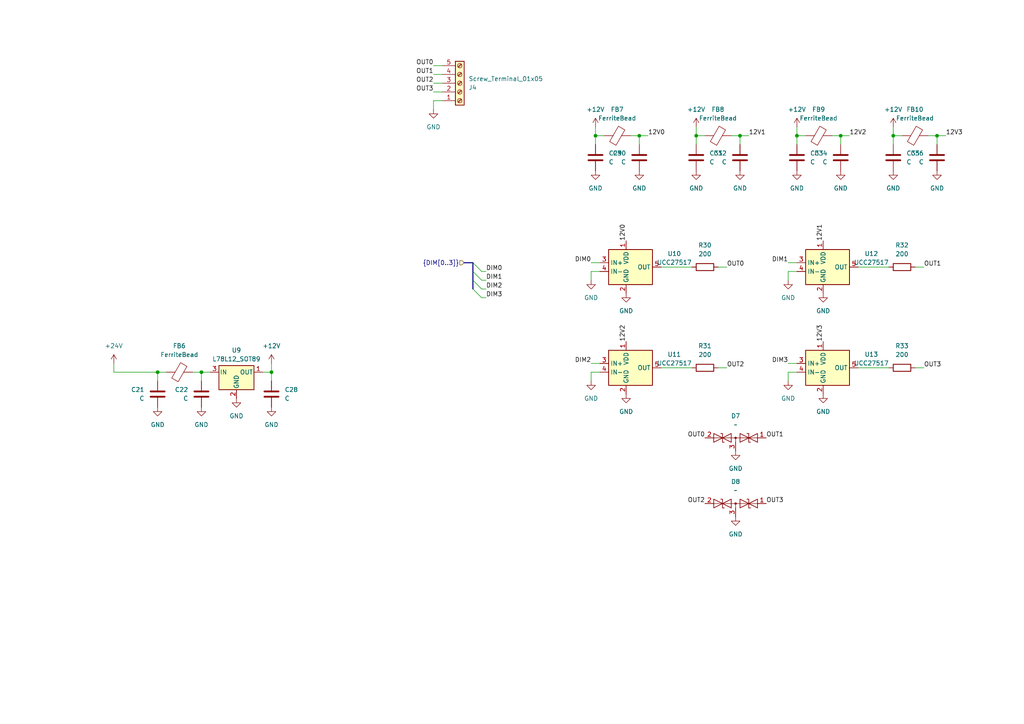
<source format=kicad_sch>
(kicad_sch (version 20231120) (generator "eeschema") (generator_version "8.0")
  (paper "A4")
  (lib_symbols
    (symbol "Connector:Screw_Terminal_01x05" (pin_names (offset 1.016) hide)
      (property "Reference" "J" (at 0 7.62 0))
      (property "Value" "Screw_Terminal_01x05" (at 0 -7.62 0))
      (symbol "Screw_Terminal_01x05_1_1"
        (rectangle (start -1.27 6.35) (end 1.27 -6.35) (stroke (width 0.254)) (fill (type background)))
        (circle (center 0 -5.08) (radius 0.635) (stroke (width 0.1524)))
        (circle (center 0 -2.54) (radius 0.635) (stroke (width 0.1524)))
        (polyline (pts (xy -0.5334 -4.7498) (xy 0.3302 -5.588)) (stroke (width 0.1524)))
        (polyline (pts (xy -0.5334 -2.2098) (xy 0.3302 -3.048)) (stroke (width 0.1524)))
        (polyline (pts (xy -0.5334 0.3302) (xy 0.3302 -0.508)) (stroke (width 0.1524)))
        (polyline (pts (xy -0.5334 2.8702) (xy 0.3302 2.032)) (stroke (width 0.1524)))
        (polyline (pts (xy -0.5334 5.4102) (xy 0.3302 4.572)) (stroke (width 0.1524)))
        (polyline (pts (xy -0.3556 -4.572) (xy 0.508 -5.4102)) (stroke (width 0.1524)))
        (polyline (pts (xy -0.3556 -2.032) (xy 0.508 -2.8702)) (stroke (width 0.1524)))
        (polyline (pts (xy -0.3556 0.508) (xy 0.508 -0.3302)) (stroke (width 0.1524)))
        (polyline (pts (xy -0.3556 3.048) (xy 0.508 2.2098)) (stroke (width 0.1524)))
        (polyline (pts (xy -0.3556 5.588) (xy 0.508 4.7498)) (stroke (width 0.1524)))
        (circle (center 0 0) (radius 0.635) (stroke (width 0.1524)))
        (circle (center 0 2.54) (radius 0.635) (stroke (width 0.1524)))
        (circle (center 0 5.08) (radius 0.635) (stroke (width 0.1524)))
        (pin passive line (at -5.08 5.08 0) (length 3.81) (name "Pin_1") (number "1"))
        (pin passive line (at -5.08 2.54 0) (length 3.81) (name "Pin_2") (number "2"))
        (pin passive line (at -5.08 0 0) (length 3.81) (name "Pin_3") (number "3"))
        (pin passive line (at -5.08 -2.54 0) (length 3.81) (name "Pin_4") (number "4"))
        (pin passive line (at -5.08 -5.08 0) (length 3.81) (name "Pin_5") (number "5"))
      )
    )
    (symbol "Device:C" (pin_numbers hide) (pin_names (offset 0.254))
      (property "Reference" "C" (at 0.635 2.54 0))
      (property "Value" "C" (at 0.635 -2.54 0))
      (symbol "C_0_1"
        (polyline (pts (xy -2.032 -0.762) (xy 2.032 -0.762)) (stroke (width 0.508)))
        (polyline (pts (xy -2.032 0.762) (xy 2.032 0.762)) (stroke (width 0.508)))
      )
      (symbol "C_1_1"
        (pin passive line (at 0 3.81 270) (length 2.794) (name "~") (number "1"))
        (pin passive line (at 0 -3.81 90) (length 2.794) (name "~") (number "2"))
      )
    )
    (symbol "Device:FerriteBead" (pin_numbers hide) (pin_names (offset 0))
      (property "Reference" "FB" (at -3.81 0.635 90))
      (property "Value" "FerriteBead" (at 3.81 0 90))
      (symbol "FerriteBead_0_1"
        (polyline (pts (xy 0 -1.27) (xy 0 -1.2192)))
        (polyline (pts (xy 0 1.27) (xy 0 1.2954)))
        (polyline (pts (xy -2.7686 0.4064) (xy -1.7018 2.2606) (xy 2.7686 -0.3048) (xy 1.6764 -2.159) (xy -2.7686 0.4064)))
      )
      (symbol "FerriteBead_1_1"
        (pin passive line (at 0 3.81 270) (length 2.54) (name "~") (number "1"))
        (pin passive line (at 0 -3.81 90) (length 2.54) (name "~") (number "2"))
      )
    )
    (symbol "Device:R" (pin_numbers hide) (pin_names (offset 0))
      (property "Reference" "R" (at 2.032 0 90))
      (property "Value" "R" (at 0 0 90))
      (symbol "R_0_1"
        (rectangle (start -1.016 -2.54) (end 1.016 2.54) (stroke (width 0.254)))
      )
      (symbol "R_1_1"
        (pin passive line (at 0 3.81 270) (length 1.27) (name "~") (number "1"))
        (pin passive line (at 0 -3.81 90) (length 1.27) (name "~") (number "2"))
      )
    )
    (symbol "Diode:SM712_SOT23" (pin_names (offset 1.016) hide)
      (property "Reference" "D" (at 0 4.445 0))
      (property "Value" "SM712_SOT23" (at 0 2.54 0))
      (symbol "SM712_SOT23_0_0"
        (polyline (pts (xy 0 -1.27) (xy 0 0)))
      )
      (symbol "SM712_SOT23_0_1"
        (polyline (pts (xy -6.35 0) (xy 6.35 0)))
        (polyline (pts (xy -3.302 1.27) (xy -3.81 1.27) (xy -3.81 -1.27) (xy -4.318 -1.27)) (stroke (width 0.2032)))
        (polyline (pts (xy 4.318 1.27) (xy 3.81 1.27) (xy 3.81 -1.27) (xy 3.302 -1.27)) (stroke (width 0.2032)))
        (polyline (pts (xy -6.35 -1.27) (xy -1.27 1.27) (xy -1.27 -1.27) (xy -6.35 1.27) (xy -6.35 -1.27)) (stroke (width 0.2032)))
        (polyline (pts (xy 1.27 -1.27) (xy 1.27 1.27) (xy 6.35 -1.27) (xy 6.35 1.27) (xy 1.27 -1.27)) (stroke (width 0.2032)))
        (circle (center 0 0) (radius 0.254) (fill (type outline)))
      )
      (symbol "SM712_SOT23_1_1"
        (pin passive line (at -8.89 0 0) (length 2.54) (name "A1") (number "1"))
        (pin passive line (at 8.89 0 180) (length 2.54) (name "A2") (number "2"))
        (pin input line (at 0 -3.81 90) (length 2.54) (name "common") (number "3"))
      )
    )
    (symbol "Regulator_Linear:L78L12_SOT89" (pin_names (offset 0.254))
      (property "Reference" "U" (at -3.81 3.175 0))
      (property "Value" "L78L12_SOT89" (at -0.635 3.175 0))
      (symbol "L78L12_SOT89_0_1"
        (rectangle (start -5.08 1.905) (end 5.08 -5.08) (stroke (width 0.254)) (fill (type background)))
      )
      (symbol "L78L12_SOT89_1_1"
        (pin power_out line (at 7.62 0 180) (length 2.54) (name "OUT") (number "1"))
        (pin power_in line (at 0 -7.62 90) (length 2.54) (name "GND") (number "2"))
        (pin power_in line (at -7.62 0 0) (length 2.54) (name "IN") (number "3"))
      )
    )
    (symbol "power:+12V" (power) (pin_names (offset 0))
      (property "Value" "+12V" (at 0 3.556 0))
      (symbol "+12V_0_1"
        (polyline (pts (xy -0.762 1.27) (xy 0 2.54)))
        (polyline (pts (xy 0 0) (xy 0 2.54)))
        (polyline (pts (xy 0 2.54) (xy 0.762 1.27)))
      )
      (symbol "+12V_1_1"
        (pin power_in line (at 0 0 90) (length 0) hide (name "+12V") (number "1"))
      )
    )
    (symbol "power:+24V" (power) (pin_names (offset 0))
      (property "Value" "+24V" (at 0 3.556 0))
      (symbol "+24V_0_1"
        (polyline (pts (xy -0.762 1.27) (xy 0 2.54)))
        (polyline (pts (xy 0 0) (xy 0 2.54)))
        (polyline (pts (xy 0 2.54) (xy 0.762 1.27)))
      )
      (symbol "+24V_1_1"
        (pin power_in line (at 0 0 90) (length 0) hide (name "+24V") (number "1"))
      )
    )
    (symbol "power:GND" (power) (pin_names (offset 0))
      (property "Value" "GND" (at 0 -3.81 0))
      (symbol "GND_0_1"
        (polyline (pts (xy 0 0) (xy 0 -1.27) (xy 1.27 -1.27) (xy 0 -2.54) (xy -1.27 -1.27) (xy 0 -1.27)))
      )
      (symbol "GND_1_1"
        (pin power_in line (at 0 0 270) (length 0) hide (name "GND") (number "1"))
      )
    )
    (symbol "project_lib:UCC27517"
      (property "Reference" "U" (at -5.08 6.35 0))
      (property "Value" "UCC27517" (at 1.27 6.35 0))
      (symbol "UCC27517_0_1"
        (rectangle (start -5.08 5.08) (end 7.62 -5.08) (stroke (width 0.254)) (fill (type background)))
      )
      (symbol "UCC27517_1_1"
        (pin power_in line (at 0 7.62 270) (length 2.54) (name "VDD") (number "1"))
        (pin power_in line (at 0 -7.62 90) (length 2.54) (name "GND") (number "2"))
        (pin input line (at -7.62 1.27 0) (length 2.54) (name "IN+") (number "3"))
        (pin input line (at -7.62 -1.27 0) (length 2.54) (name "IN-") (number "4"))
        (pin output line (at 10.16 0 180) (length 2.54) (name "OUT") (number "5"))
      )
    )
  )
  (junction (at 259.08 39.37))
  (junction (at 78.74 107.95))
  (junction (at 243.84 39.37))
  (junction (at 201.93 39.37))
  (junction (at 214.63 39.37))
  (junction (at 231.14 39.37))
  (junction (at 185.42 39.37))
  (junction (at 271.78 39.37))
  (junction (at 58.42 107.95))
  (junction (at 45.72 107.95))
  (junction (at 172.72 39.37))
  (bus_entry (at 137.16 76.2) (size 2.54 2.54))
  (bus_entry (at 137.16 83.82) (size 2.54 2.54))
  (bus_entry (at 137.16 81.28) (size 2.54 2.54))
  (bus_entry (at 137.16 78.74) (size 2.54 2.54))
  (wire (pts (xy 248.92 77.47) (xy 257.81 77.47)))
  (wire (pts (xy 55.88 107.95) (xy 58.42 107.95)))
  (bus (pts (xy 137.16 76.2) (xy 137.16 78.74)))
  (wire (pts (xy 228.6 76.2) (xy 231.14 76.2)))
  (wire (pts (xy 60.96 107.95) (xy 58.42 107.95)))
  (wire (pts (xy 76.2 107.95) (xy 78.74 107.95)))
  (wire (pts (xy 228.6 78.74) (xy 228.6 81.28)))
  (wire (pts (xy 191.77 77.47) (xy 200.66 77.47)))
  (wire (pts (xy 271.78 39.37) (xy 271.78 41.91)))
  (bus (pts (xy 137.16 81.28) (xy 137.16 83.82)))
  (wire (pts (xy 212.09 39.37) (xy 214.63 39.37)))
  (bus (pts (xy 137.16 78.74) (xy 137.16 81.28)))
  (bus (pts (xy 134.62 76.2) (xy 137.16 76.2)))
  (wire (pts (xy 210.82 106.68) (xy 208.28 106.68)))
  (wire (pts (xy 187.96 39.37) (xy 185.42 39.37)))
  (wire (pts (xy 231.14 36.83) (xy 231.14 39.37)))
  (wire (pts (xy 45.72 107.95) (xy 48.26 107.95)))
  (wire (pts (xy 33.02 107.95) (xy 45.72 107.95)))
  (wire (pts (xy 125.73 19.05) (xy 128.27 19.05)))
  (wire (pts (xy 246.38 39.37) (xy 243.84 39.37)))
  (wire (pts (xy 139.7 86.36) (xy 140.97 86.36)))
  (wire (pts (xy 201.93 39.37) (xy 204.47 39.37)))
  (wire (pts (xy 217.17 39.37) (xy 214.63 39.37)))
  (wire (pts (xy 78.74 107.95) (xy 78.74 110.49)))
  (wire (pts (xy 269.24 39.37) (xy 271.78 39.37)))
  (wire (pts (xy 139.7 78.74) (xy 140.97 78.74)))
  (wire (pts (xy 214.63 39.37) (xy 214.63 41.91)))
  (wire (pts (xy 201.93 39.37) (xy 201.93 41.91)))
  (wire (pts (xy 248.92 106.68) (xy 257.81 106.68)))
  (wire (pts (xy 173.99 78.74) (xy 171.45 78.74)))
  (wire (pts (xy 185.42 39.37) (xy 185.42 41.91)))
  (wire (pts (xy 139.7 81.28) (xy 140.97 81.28)))
  (wire (pts (xy 231.14 107.95) (xy 228.6 107.95)))
  (wire (pts (xy 243.84 39.37) (xy 243.84 41.91)))
  (wire (pts (xy 267.97 106.68) (xy 265.43 106.68)))
  (wire (pts (xy 139.7 83.82) (xy 140.97 83.82)))
  (wire (pts (xy 172.72 39.37) (xy 175.26 39.37)))
  (wire (pts (xy 274.32 39.37) (xy 271.78 39.37)))
  (wire (pts (xy 45.72 107.95) (xy 45.72 110.49)))
  (wire (pts (xy 259.08 39.37) (xy 261.62 39.37)))
  (wire (pts (xy 171.45 107.95) (xy 171.45 110.49)))
  (wire (pts (xy 259.08 39.37) (xy 259.08 41.91)))
  (wire (pts (xy 259.08 36.83) (xy 259.08 39.37)))
  (wire (pts (xy 171.45 76.2) (xy 173.99 76.2)))
  (wire (pts (xy 267.97 77.47) (xy 265.43 77.47)))
  (wire (pts (xy 241.3 39.37) (xy 243.84 39.37)))
  (wire (pts (xy 228.6 105.41) (xy 231.14 105.41)))
  (wire (pts (xy 33.02 105.41) (xy 33.02 107.95)))
  (wire (pts (xy 171.45 78.74) (xy 171.45 81.28)))
  (wire (pts (xy 182.88 39.37) (xy 185.42 39.37)))
  (wire (pts (xy 125.73 24.13) (xy 128.27 24.13)))
  (wire (pts (xy 58.42 107.95) (xy 58.42 110.49)))
  (wire (pts (xy 172.72 36.83) (xy 172.72 39.37)))
  (wire (pts (xy 191.77 106.68) (xy 200.66 106.68)))
  (wire (pts (xy 125.73 21.59) (xy 128.27 21.59)))
  (wire (pts (xy 125.73 31.75) (xy 125.73 29.21)))
  (wire (pts (xy 201.93 36.83) (xy 201.93 39.37)))
  (wire (pts (xy 231.14 78.74) (xy 228.6 78.74)))
  (wire (pts (xy 231.14 39.37) (xy 231.14 41.91)))
  (wire (pts (xy 78.74 105.41) (xy 78.74 107.95)))
  (wire (pts (xy 210.82 77.47) (xy 208.28 77.47)))
  (wire (pts (xy 125.73 26.67) (xy 128.27 26.67)))
  (wire (pts (xy 172.72 39.37) (xy 172.72 41.91)))
  (wire (pts (xy 228.6 107.95) (xy 228.6 110.49)))
  (wire (pts (xy 125.73 29.21) (xy 128.27 29.21)))
  (wire (pts (xy 171.45 105.41) (xy 173.99 105.41)))
  (wire (pts (xy 231.14 39.37) (xy 233.68 39.37)))
  (wire (pts (xy 173.99 107.95) (xy 171.45 107.95)))
  (label "OUT1" (at 125.73 21.59 180))
  (label "OUT2" (at 125.73 24.13 180))
  (label "DIM0" (at 171.45 76.2 180))
  (label "DIM2" (at 171.45 105.41 180))
  (label "OUT3" (at 222.25 146.05 0))
  (label "12V3" (at 274.32 39.37 0))
  (label "12V2" (at 246.38 39.37 0))
  (label "OUT3" (at 267.97 106.68 0))
  (label "OUT3" (at 125.73 26.67 180))
  (label "12V2" (at 181.61 99.06 90))
  (label "DIM0" (at 140.97 78.74 0))
  (label "OUT0" (at 210.82 77.47 0))
  (label "12V0" (at 181.61 69.85 90))
  (label "DIM2" (at 140.97 83.82 0))
  (label "DIM3" (at 228.6 105.41 180))
  (label "12V3" (at 238.76 99.06 90))
  (label "12V0" (at 187.96 39.37 0))
  (label "DIM1" (at 140.97 81.28 0))
  (label "OUT0" (at 204.47 127 180))
  (label "OUT1" (at 267.97 77.47 0))
  (label "12V1" (at 238.76 69.85 90))
  (label "OUT1" (at 222.25 127 0))
  (label "12V1" (at 217.17 39.37 0))
  (label "DIM1" (at 228.6 76.2 180))
  (label "OUT2" (at 210.82 106.68 0))
  (label "DIM3" (at 140.97 86.36 0))
  (label "OUT0" (at 125.73 19.05 180))
  (label "OUT2" (at 204.47 146.05 180))
  (hierarchical_label "{DIM[0..3]}" (shape input) (at 134.62 76.2 180))
  (symbol (lib_id "power:GND") (at 214.63 49.53 0) (unit 1)
    (property "Reference" "#PWR0118" (effects (hide yes)))
    (property "Value" "GND" (at 214.63 54.61 0))
    (instances (project "room_hub" (path "" (reference "#PWR0118") (unit 1))) (project "knob_top" (path "" (reference "#PWR073") (unit 1))))
  )
  (symbol (lib_id "Device:C") (at 45.72 114.3 0) (mirror x) (unit 1)
    (property "Reference" "C21" (at 41.91 113.03 0) (effects (justify right)))
    (property "Value" "C" (at 41.91 115.57 0) (effects (justify right)))
    (property "Footprint" "Capacitor_SMD:C_1206_3216Metric" (effects (hide yes)))
  )
  (symbol (lib_id "Device:C") (at 214.63 45.72 0) (mirror x) (unit 1)
    (property "Reference" "C32" (at 210.82 44.45 0) (effects (justify right)))
    (property "Value" "C" (at 210.82 46.99 0) (effects (justify right)))
    (property "Footprint" "Capacitor_SMD:C_0603_1608Metric" (effects (hide yes)))
  )
  (symbol (lib_id "Device:FerriteBead") (at 208.28 39.37 90) (unit 1)
    (property "Reference" "FB8" (at 208.2292 31.75 90))
    (property "Value" "FerriteBead" (at 208.2292 34.29 90))
    (property "Footprint" "Inductor_SMD:L_0603_1608Metric" (effects (hide yes)))
  )
  (symbol (lib_id "power:GND") (at 45.72 118.11 0) (unit 1)
    (property "Reference" "#PWR0101" (effects (hide yes)))
    (property "Value" "GND" (at 45.72 123.19 0))
    (instances (project "room_hub" (path "" (reference "#PWR0101") (unit 1))) (project "knob_top" (path "" (reference "#PWR073") (unit 1))))
  )
  (symbol (lib_id "Device:FerriteBead") (at 179.07 39.37 90) (unit 1)
    (property "Reference" "FB7" (at 179.0192 31.75 90))
    (property "Value" "FerriteBead" (at 179.0192 34.29 90))
    (property "Footprint" "Inductor_SMD:L_0603_1608Metric" (effects (hide yes)))
  )
  (symbol (lib_id "power:+12V") (at 259.08 36.83 0) (unit 1)
    (property "Reference" "#PWR0126" (effects (hide yes)))
    (property "Value" "+12V" (at 259.08 31.75 0))
  )
  (symbol (lib_id "Device:C") (at 259.08 45.72 0) (unit 1)
    (property "Reference" "C35" (at 262.89 44.45 0) (effects (justify left)))
    (property "Value" "C" (at 262.89 46.99 0) (effects (justify left)))
    (property "Footprint" "Capacitor_SMD:C_0603_1608Metric" (effects (hide yes)))
  )
  (symbol (lib_id "Device:R") (at 261.62 106.68 270) (unit 1)
    (property "Reference" "R33" (at 261.62 100.33 90))
    (property "Value" "200" (at 261.62 102.87 90))
    (property "Footprint" "Resistor_SMD:R_0603_1608Metric" (effects (hide yes)))
  )
  (symbol (lib_id "power:GND") (at 78.74 118.11 0) (unit 1)
    (property "Reference" "#PWR0105" (effects (hide yes)))
    (property "Value" "GND" (at 78.74 123.19 0))
    (instances (project "room_hub" (path "" (reference "#PWR0105") (unit 1))) (project "knob_top" (path "" (reference "#PWR073") (unit 1))))
  )
  (symbol (lib_id "Diode:SM712_SOT23") (at 213.36 146.05 0) (mirror y) (unit 1)
    (property "Reference" "D8" (at 213.36 139.7 0))
    (property "Value" "~" (at 213.36 142.24 0))
    (property "Footprint" "Package_TO_SOT_SMD:SOT-23_Handsoldering" (effects (hide yes)))
    (property "Datasheet" "https://www.littelfuse.com/~/media/electronics/datasheets/tvs_diode_arrays/littelfuse_tvs_diode_array_sm712_datasheet.pdf.pdf" (effects (hide yes)))
  )
  (symbol (lib_id "project_lib:UCC27517") (at 238.76 77.47 0) (unit 1)
    (property "Reference" "U12" (at 252.73 73.5839 0))
    (property "Value" "UCC27517" (at 252.73 76.1239 0))
    (property "Footprint" "Package_TO_SOT_SMD:SOT-23-5" (effects (hide yes)))
    (property "Datasheet" "https://www.ti.com/lit/gpn/ucc27517" (effects (hide yes)))
  )
  (symbol (lib_id "Device:C") (at 185.42 45.72 0) (mirror x) (unit 1)
    (property "Reference" "C30" (at 181.61 44.45 0) (effects (justify right)))
    (property "Value" "C" (at 181.61 46.99 0) (effects (justify right)))
    (property "Footprint" "Capacitor_SMD:C_0603_1608Metric" (effects (hide yes)))
  )
  (symbol (lib_id "power:GND") (at 125.73 31.75 0) (unit 1)
    (property "Reference" "#PWR0106" (effects (hide yes)))
    (property "Value" "GND" (at 125.73 36.83 0))
    (instances (project "room_hub" (path "" (reference "#PWR0106") (unit 1))) (project "knob_top" (path "" (reference "#PWR073") (unit 1))))
  )
  (symbol (lib_id "power:GND") (at 243.84 49.53 0) (unit 1)
    (property "Reference" "#PWR0125" (effects (hide yes)))
    (property "Value" "GND" (at 243.84 54.61 0))
    (instances (project "room_hub" (path "" (reference "#PWR0125") (unit 1))) (project "knob_top" (path "" (reference "#PWR073") (unit 1))))
  )
  (symbol (lib_id "Device:C") (at 201.93 45.72 0) (unit 1)
    (property "Reference" "C31" (at 205.74 44.45 0) (effects (justify left)))
    (property "Value" "C" (at 205.74 46.99 0) (effects (justify left)))
    (property "Footprint" "Capacitor_SMD:C_0603_1608Metric" (effects (hide yes)))
  )
  (symbol (lib_id "Device:C") (at 243.84 45.72 0) (mirror x) (unit 1)
    (property "Reference" "C34" (at 240.03 44.45 0) (effects (justify right)))
    (property "Value" "C" (at 240.03 46.99 0) (effects (justify right)))
    (property "Footprint" "Capacitor_SMD:C_0603_1608Metric" (effects (hide yes)))
  )
  (symbol (lib_id "power:GND") (at 171.45 81.28 0) (unit 1)
    (property "Reference" "#PWR0107" (effects (hide yes)))
    (property "Value" "GND" (at 171.45 86.36 0))
    (instances (project "room_hub" (path "" (reference "#PWR0107") (unit 1))) (project "knob_top" (path "" (reference "#PWR073") (unit 1))))
  )
  (symbol (lib_id "power:GND") (at 238.76 114.3 0) (unit 1)
    (property "Reference" "#PWR0124" (effects (hide yes)))
    (property "Value" "GND" (at 238.76 119.38 0))
    (instances (project "room_hub" (path "" (reference "#PWR0124") (unit 1))) (project "knob_top" (path "" (reference "#PWR073") (unit 1))))
  )
  (symbol (lib_id "project_lib:UCC27517") (at 238.76 106.68 0) (unit 1)
    (property "Reference" "U13" (at 252.73 102.7939 0))
    (property "Value" "UCC27517" (at 252.73 105.3339 0))
    (property "Footprint" "Package_TO_SOT_SMD:SOT-23-5" (effects (hide yes)))
    (property "Datasheet" "https://www.ti.com/lit/gpn/ucc27517" (effects (hide yes)))
  )
  (symbol (lib_id "power:GND") (at 171.45 110.49 0) (unit 1)
    (property "Reference" "#PWR0108" (effects (hide yes)))
    (property "Value" "GND" (at 171.45 115.57 0))
    (instances (project "room_hub" (path "" (reference "#PWR0108") (unit 1))) (project "knob_top" (path "" (reference "#PWR073") (unit 1))))
  )
  (symbol (lib_id "Device:R") (at 204.47 106.68 270) (unit 1)
    (property "Reference" "R31" (at 204.47 100.33 90))
    (property "Value" "200" (at 204.47 102.87 90))
    (property "Footprint" "Resistor_SMD:R_0603_1608Metric" (effects (hide yes)))
  )
  (symbol (lib_id "power:+12V") (at 201.93 36.83 0) (unit 1)
    (property "Reference" "#PWR0114" (effects (hide yes)))
    (property "Value" "+12V" (at 201.93 31.75 0))
  )
  (symbol (lib_id "project_lib:UCC27517") (at 181.61 106.68 0) (unit 1)
    (property "Reference" "U11" (at 195.58 102.7939 0))
    (property "Value" "UCC27517" (at 195.58 105.3339 0))
    (property "Footprint" "Package_TO_SOT_SMD:SOT-23-5" (effects (hide yes)))
    (property "Datasheet" "https://www.ti.com/lit/gpn/ucc27517" (effects (hide yes)))
  )
  (symbol (lib_id "power:+12V") (at 172.72 36.83 0) (unit 1)
    (property "Reference" "#PWR0109" (effects (hide yes)))
    (property "Value" "+12V" (at 172.72 31.75 0))
  )
  (symbol (lib_id "power:GND") (at 228.6 110.49 0) (unit 1)
    (property "Reference" "#PWR0120" (effects (hide yes)))
    (property "Value" "GND" (at 228.6 115.57 0))
    (instances (project "room_hub" (path "" (reference "#PWR0120") (unit 1))) (project "knob_top" (path "" (reference "#PWR073") (unit 1))))
  )
  (symbol (lib_id "power:GND") (at 68.58 115.57 0) (unit 1)
    (property "Reference" "#PWR0103" (effects (hide yes)))
    (property "Value" "GND" (at 68.58 120.65 0))
    (instances (project "room_hub" (path "" (reference "#PWR0103") (unit 1))) (project "knob_top" (path "" (reference "#PWR073") (unit 1))))
  )
  (symbol (lib_id "Device:C") (at 231.14 45.72 0) (unit 1)
    (property "Reference" "C33" (at 234.95 44.45 0) (effects (justify left)))
    (property "Value" "C" (at 234.95 46.99 0) (effects (justify left)))
    (property "Footprint" "Capacitor_SMD:C_0603_1608Metric" (effects (hide yes)))
  )
  (symbol (lib_id "power:GND") (at 172.72 49.53 0) (unit 1)
    (property "Reference" "#PWR0110" (effects (hide yes)))
    (property "Value" "GND" (at 172.72 54.61 0))
    (instances (project "room_hub" (path "" (reference "#PWR0110") (unit 1))) (project "knob_top" (path "" (reference "#PWR073") (unit 1))))
  )
  (symbol (lib_id "Device:C") (at 271.78 45.72 0) (mirror x) (unit 1)
    (property "Reference" "C36" (at 267.97 44.45 0) (effects (justify right)))
    (property "Value" "C" (at 267.97 46.99 0) (effects (justify right)))
    (property "Footprint" "Capacitor_SMD:C_0603_1608Metric" (effects (hide yes)))
  )
  (symbol (lib_id "power:GND") (at 271.78 49.53 0) (unit 1)
    (property "Reference" "#PWR0128" (effects (hide yes)))
    (property "Value" "GND" (at 271.78 54.61 0))
    (instances (project "room_hub" (path "" (reference "#PWR0128") (unit 1))) (project "knob_top" (path "" (reference "#PWR073") (unit 1))))
  )
  (symbol (lib_id "power:GND") (at 181.61 85.09 0) (unit 1)
    (property "Reference" "#PWR0111" (effects (hide yes)))
    (property "Value" "GND" (at 181.61 90.17 0))
    (instances (project "room_hub" (path "" (reference "#PWR0111") (unit 1))) (project "knob_top" (path "" (reference "#PWR073") (unit 1))))
  )
  (symbol (lib_id "Device:C") (at 78.74 114.3 0) (unit 1)
    (property "Reference" "C28" (at 82.55 113.03 0) (effects (justify left)))
    (property "Value" "C" (at 82.55 115.57 0) (effects (justify left)))
    (property "Footprint" "Capacitor_SMD:C_0805_2012Metric" (effects (hide yes)))
  )
  (symbol (lib_id "Regulator_Linear:L78L12_SOT89") (at 68.58 107.95 0) (unit 1)
    (property "Reference" "U9" (at 68.58 101.6 0))
    (property "Value" "L78L12_SOT89" (at 68.58 104.14 0))
    (property "Footprint" "Package_TO_SOT_SMD:SOT-89-3" (effects (hide yes)))
    (property "Datasheet" "http://www.st.com/content/ccc/resource/technical/document/datasheet/15/55/e5/aa/23/5b/43/fd/CD00000446.pdf/files/CD00000446.pdf/jcr:content/translations/en.CD00000446.pdf" (effects (hide yes)))
  )
  (symbol (lib_id "power:GND") (at 213.36 149.86 0) (unit 1)
    (property "Reference" "#PWR0117" (effects (hide yes)))
    (property "Value" "GND" (at 213.36 154.94 0))
    (instances (project "room_hub" (path "" (reference "#PWR0117") (unit 1))) (project "knob_top" (path "" (reference "#PWR073") (unit 1))))
  )
  (symbol (lib_id "power:GND") (at 181.61 114.3 0) (unit 1)
    (property "Reference" "#PWR0112" (effects (hide yes)))
    (property "Value" "GND" (at 181.61 119.38 0))
    (instances (project "room_hub" (path "" (reference "#PWR0112") (unit 1))) (project "knob_top" (path "" (reference "#PWR073") (unit 1))))
  )
  (symbol (lib_id "power:+12V") (at 231.14 36.83 0) (unit 1)
    (property "Reference" "#PWR0121" (effects (hide yes)))
    (property "Value" "+12V" (at 231.14 31.75 0))
  )
  (symbol (lib_id "Device:C") (at 172.72 45.72 0) (unit 1)
    (property "Reference" "C29" (at 176.53 44.45 0) (effects (justify left)))
    (property "Value" "C" (at 176.53 46.99 0) (effects (justify left)))
    (property "Footprint" "Capacitor_SMD:C_0603_1608Metric" (effects (hide yes)))
  )
  (symbol (lib_id "power:+24V") (at 33.02 105.41 0) (unit 1)
    (property "Reference" "#PWR0100" (effects (hide yes)))
    (property "Value" "+24V" (at 33.02 100.33 0))
  )
  (symbol (lib_id "Device:R") (at 261.62 77.47 270) (unit 1)
    (property "Reference" "R32" (at 261.62 71.12 90))
    (property "Value" "200" (at 261.62 73.66 90))
    (property "Footprint" "Resistor_SMD:R_0603_1608Metric" (effects (hide yes)))
  )
  (symbol (lib_id "Device:C") (at 58.42 114.3 0) (mirror x) (unit 1)
    (property "Reference" "C22" (at 54.61 113.03 0) (effects (justify right)))
    (property "Value" "C" (at 54.61 115.57 0) (effects (justify right)))
    (property "Footprint" "Capacitor_SMD:C_1206_3216Metric" (effects (hide yes)))
  )
  (symbol (lib_id "Device:FerriteBead") (at 265.43 39.37 90) (unit 1)
    (property "Reference" "FB10" (at 265.3792 31.75 90))
    (property "Value" "FerriteBead" (at 265.3792 34.29 90))
    (property "Footprint" "Inductor_SMD:L_0603_1608Metric" (effects (hide yes)))
  )
  (symbol (lib_id "Diode:SM712_SOT23") (at 213.36 127 0) (mirror y) (unit 1)
    (property "Reference" "D7" (at 213.36 120.65 0))
    (property "Value" "~" (at 213.36 123.19 0))
    (property "Footprint" "Package_TO_SOT_SMD:SOT-23_Handsoldering" (effects (hide yes)))
    (property "Datasheet" "https://www.littelfuse.com/~/media/electronics/datasheets/tvs_diode_arrays/littelfuse_tvs_diode_array_sm712_datasheet.pdf.pdf" (effects (hide yes)))
  )
  (symbol (lib_id "Device:R") (at 204.47 77.47 270) (unit 1)
    (property "Reference" "R30" (at 204.47 71.12 90))
    (property "Value" "200" (at 204.47 73.66 90))
    (property "Footprint" "Resistor_SMD:R_0603_1608Metric" (effects (hide yes)))
  )
  (symbol (lib_id "power:GND") (at 231.14 49.53 0) (unit 1)
    (property "Reference" "#PWR0122" (effects (hide yes)))
    (property "Value" "GND" (at 231.14 54.61 0))
    (instances (project "room_hub" (path "" (reference "#PWR0122") (unit 1))) (project "knob_top" (path "" (reference "#PWR073") (unit 1))))
  )
  (symbol (lib_id "Connector:Screw_Terminal_01x05") (at 133.35 24.13 0) (mirror x) (unit 1)
    (property "Reference" "J4" (at 135.89 25.4 0) (effects (justify left)))
    (property "Value" "Screw_Terminal_01x05" (at 135.89 22.86 0) (effects (justify left)))
    (property "Footprint" "Connector_Phoenix_MC:PhoenixContact_MC_1,5_5-G-3.81_1x05_P3.81mm_Horizontal" (effects (hide yes)))
  )
  (symbol (lib_id "Device:FerriteBead") (at 237.49 39.37 90) (unit 1)
    (property "Reference" "FB9" (at 237.4392 31.75 90))
    (property "Value" "FerriteBead" (at 237.4392 34.29 90))
    (property "Footprint" "Inductor_SMD:L_0603_1608Metric" (effects (hide yes)))
  )
  (symbol (lib_id "power:GND") (at 238.76 85.09 0) (unit 1)
    (property "Reference" "#PWR0123" (effects (hide yes)))
    (property "Value" "GND" (at 238.76 90.17 0))
    (instances (project "room_hub" (path "" (reference "#PWR0123") (unit 1))) (project "knob_top" (path "" (reference "#PWR073") (unit 1))))
  )
  (symbol (lib_id "project_lib:UCC27517") (at 181.61 77.47 0) (unit 1)
    (property "Reference" "U10" (at 195.58 73.5839 0))
    (property "Value" "UCC27517" (at 195.58 76.1239 0))
    (property "Footprint" "Package_TO_SOT_SMD:SOT-23-5" (effects (hide yes)))
    (property "Datasheet" "https://www.ti.com/lit/gpn/ucc27517" (effects (hide yes)))
  )
  (symbol (lib_id "power:GND") (at 185.42 49.53 0) (unit 1)
    (property "Reference" "#PWR0113" (effects (hide yes)))
    (property "Value" "GND" (at 185.42 54.61 0))
    (instances (project "room_hub" (path "" (reference "#PWR0113") (unit 1))) (project "knob_top" (path "" (reference "#PWR073") (unit 1))))
  )
  (symbol (lib_id "power:GND") (at 58.42 118.11 0) (unit 1)
    (property "Reference" "#PWR0102" (effects (hide yes)))
    (property "Value" "GND" (at 58.42 123.19 0))
    (instances (project "room_hub" (path "" (reference "#PWR0102") (unit 1))) (project "knob_top" (path "" (reference "#PWR073") (unit 1))))
  )
  (symbol (lib_id "power:GND") (at 201.93 49.53 0) (unit 1)
    (property "Reference" "#PWR0115" (effects (hide yes)))
    (property "Value" "GND" (at 201.93 54.61 0))
    (instances (project "room_hub" (path "" (reference "#PWR0115") (unit 1))) (project "knob_top" (path "" (reference "#PWR073") (unit 1))))
  )
  (symbol (lib_id "power:GND") (at 259.08 49.53 0) (unit 1)
    (property "Reference" "#PWR0127" (effects (hide yes)))
    (property "Value" "GND" (at 259.08 54.61 0))
    (instances (project "room_hub" (path "" (reference "#PWR0127") (unit 1))) (project "knob_top" (path "" (reference "#PWR073") (unit 1))))
  )
  (symbol (lib_id "power:GND") (at 213.36 130.81 0) (unit 1)
    (property "Reference" "#PWR0116" (effects (hide yes)))
    (property "Value" "GND" (at 213.36 135.89 0))
    (instances (project "room_hub" (path "" (reference "#PWR0116") (unit 1))) (project "knob_top" (path "" (reference "#PWR073") (unit 1))))
  )
  (symbol (lib_id "power:+12V") (at 78.74 105.41 0) (unit 1)
    (property "Reference" "#PWR0104" (effects (hide yes)))
    (property "Value" "+12V" (at 78.74 100.33 0))
  )
  (symbol (lib_id "Device:FerriteBead") (at 52.07 107.95 90) (unit 1)
    (property "Reference" "FB6" (at 52.0192 100.33 90))
    (property "Value" "FerriteBead" (at 52.0192 102.87 90))
    (property "Footprint" "Inductor_SMD:L_1206_3216Metric" (effects (hide yes)))
  )
  (symbol (lib_id "power:GND") (at 228.6 81.28 0) (unit 1)
    (property "Reference" "#PWR0119" (effects (hide yes)))
    (property "Value" "GND" (at 228.6 86.36 0))
    (instances (project "room_hub" (path "" (reference "#PWR0119") (unit 1))) (project "knob_top" (path "" (reference "#PWR073") (unit 1))))
  )
)
</source>
